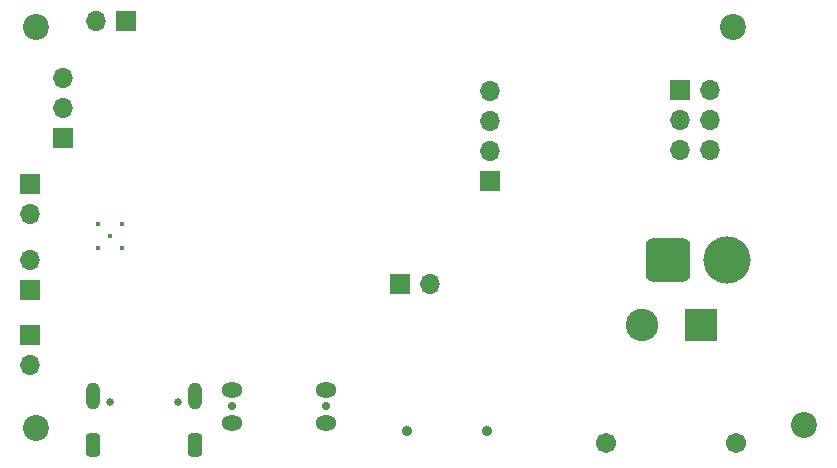
<source format=gbr>
%TF.GenerationSoftware,KiCad,Pcbnew,8.0.6*%
%TF.CreationDate,2024-12-20T17:35:20-08:00*%
%TF.ProjectId,roomba,726f6f6d-6261-42e6-9b69-6361645f7063,rev?*%
%TF.SameCoordinates,Original*%
%TF.FileFunction,Soldermask,Bot*%
%TF.FilePolarity,Negative*%
%FSLAX46Y46*%
G04 Gerber Fmt 4.6, Leading zero omitted, Abs format (unit mm)*
G04 Created by KiCad (PCBNEW 8.0.6) date 2024-12-20 17:35:20*
%MOMM*%
%LPD*%
G01*
G04 APERTURE LIST*
G04 Aperture macros list*
%AMRoundRect*
0 Rectangle with rounded corners*
0 $1 Rounding radius*
0 $2 $3 $4 $5 $6 $7 $8 $9 X,Y pos of 4 corners*
0 Add a 4 corners polygon primitive as box body*
4,1,4,$2,$3,$4,$5,$6,$7,$8,$9,$2,$3,0*
0 Add four circle primitives for the rounded corners*
1,1,$1+$1,$2,$3*
1,1,$1+$1,$4,$5*
1,1,$1+$1,$6,$7*
1,1,$1+$1,$8,$9*
0 Add four rect primitives between the rounded corners*
20,1,$1+$1,$2,$3,$4,$5,0*
20,1,$1+$1,$4,$5,$6,$7,0*
20,1,$1+$1,$6,$7,$8,$9,0*
20,1,$1+$1,$8,$9,$2,$3,0*%
G04 Aperture macros list end*
%ADD10R,1.700000X1.700000*%
%ADD11O,1.700000X1.700000*%
%ADD12C,0.450000*%
%ADD13C,0.900000*%
%ADD14O,1.804000X1.304000*%
%ADD15C,0.710000*%
%ADD16RoundRect,0.301000X-0.301000X-0.701000X0.301000X-0.701000X0.301000X0.701000X-0.301000X0.701000X0*%
%ADD17O,1.204000X2.304000*%
%ADD18C,0.650000*%
%ADD19C,2.200000*%
%ADD20C,4.000000*%
%ADD21RoundRect,0.760000X-1.140000X-1.140000X1.140000X-1.140000X1.140000X1.140000X-1.140000X1.140000X0*%
%ADD22RoundRect,0.102000X1.275000X1.275000X-1.275000X1.275000X-1.275000X-1.275000X1.275000X-1.275000X0*%
%ADD23C,1.712000*%
%ADD24C,2.754000*%
G04 APERTURE END LIST*
D10*
%TO.C,U3*%
X162120000Y-102340000D03*
D11*
X162120000Y-99800000D03*
X162120000Y-97260000D03*
X162120000Y-94720000D03*
%TD*%
D12*
%TO.C,U2*%
X131000000Y-106000000D03*
X129000000Y-106000000D03*
X130000000Y-107000000D03*
X131000000Y-108000000D03*
X129000000Y-108000000D03*
%TD*%
D13*
%TO.C,SW3*%
X161900000Y-123500000D03*
X155100000Y-123500000D03*
%TD*%
D10*
%TO.C,M3*%
X123200000Y-115400000D03*
D11*
X123200000Y-117940000D03*
%TD*%
%TO.C,M2*%
X123200000Y-109000000D03*
D10*
X123200000Y-111540000D03*
%TD*%
%TO.C,M1*%
X123200000Y-102600000D03*
D11*
X123200000Y-105140000D03*
%TD*%
%TO.C,J7*%
X157040000Y-111000000D03*
D10*
X154500000Y-111000000D03*
%TD*%
%TO.C,J6*%
X131340000Y-88800000D03*
D11*
X128800000Y-88800000D03*
%TD*%
D14*
%TO.C,J4*%
X148275000Y-122840750D03*
X140275000Y-122840750D03*
X148275000Y-119980750D03*
X140275000Y-119980750D03*
D15*
X148275000Y-121410750D03*
X140275000Y-121410750D03*
%TD*%
D10*
%TO.C,J2*%
X126000000Y-98680000D03*
D11*
X126000000Y-96140000D03*
X126000000Y-93600000D03*
%TD*%
D16*
%TO.C,J1*%
X137195000Y-124673250D03*
X128555000Y-124673250D03*
D17*
X137195000Y-120493250D03*
X128555000Y-120493250D03*
D18*
X135765000Y-120993250D03*
X129985000Y-120993250D03*
%TD*%
D19*
%TO.C,H5*%
X188750000Y-123000000D03*
%TD*%
%TO.C,H7*%
X123750000Y-89250000D03*
%TD*%
%TO.C,H6*%
X182750000Y-89250000D03*
%TD*%
%TO.C,H8*%
X123750000Y-123250000D03*
%TD*%
D20*
%TO.C,J5*%
X182250000Y-109000000D03*
D21*
X177250000Y-109000000D03*
%TD*%
D22*
%TO.C,J3*%
X180000000Y-114500000D03*
D23*
X183000000Y-124500000D03*
D24*
X175000000Y-114500000D03*
D23*
X172000000Y-124500000D03*
%TD*%
D10*
%TO.C,LED1*%
X178260000Y-94600000D03*
D11*
X180800000Y-94600000D03*
X178260000Y-97140000D03*
X180800000Y-97140000D03*
X178260000Y-99680000D03*
X180800000Y-99680000D03*
%TD*%
M02*

</source>
